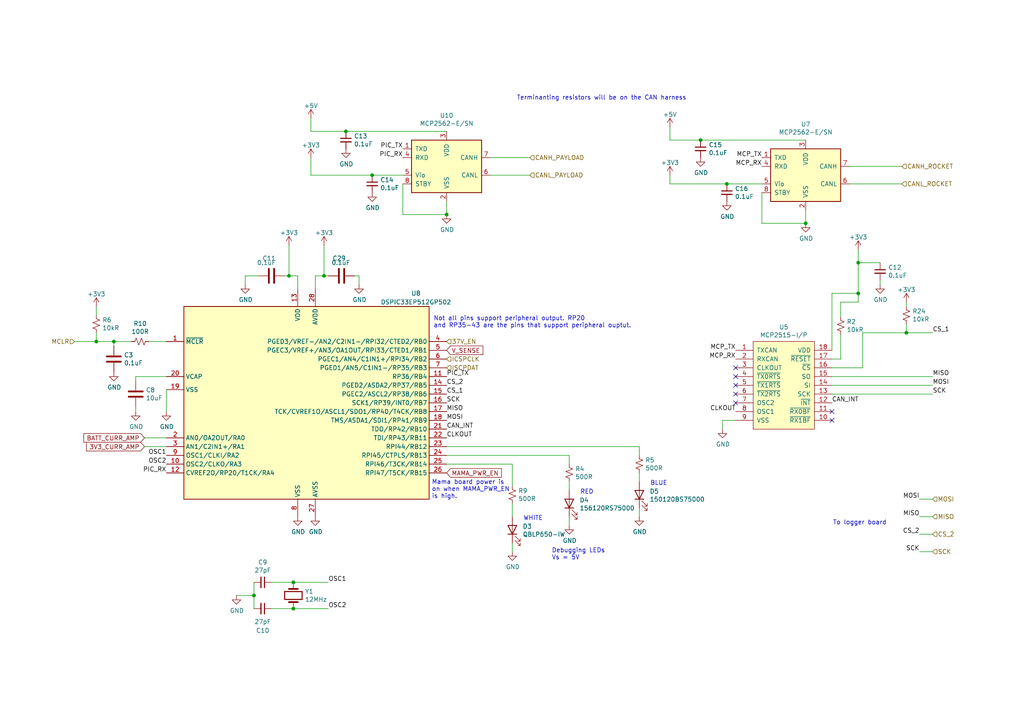
<source format=kicad_sch>
(kicad_sch (version 20211123) (generator eeschema)
  (paper "A4")
  (lib_symbols
    (symbol "Device:C" (pin_numbers hide) (pin_names (offset 0.254))
      (property "Reference" "C" (at 0.635 2.54 0))
      (property "Value" "C" (at 0.635 -2.54 0))
      (symbol "C_0_1"
        (polyline (pts (xy -2.032 -0.762) (xy 2.032 -0.762)) (stroke (width 0.508)))
        (polyline (pts (xy -2.032 0.762) (xy 2.032 0.762)) (stroke (width 0.508)))
      )
      (symbol "C_1_1"
        (pin passive line (at 0 3.81 270) (length 2.794) (name "~") (number "1"))
        (pin passive line (at 0 -3.81 90) (length 2.794) (name "~") (number "2"))
      )
    )
    (symbol "Device:C_Small" (pin_numbers hide) (pin_names (offset 0.254) hide)
      (property "Reference" "C" (at 0.254 1.778 0))
      (property "Value" "C_Small" (at 0.254 -2.032 0))
      (symbol "C_Small_0_1"
        (polyline (pts (xy -1.524 -0.508) (xy 1.524 -0.508)) (stroke (width 0.3302)))
        (polyline (pts (xy -1.524 0.508) (xy 1.524 0.508)) (stroke (width 0.3048)))
      )
      (symbol "C_Small_1_1"
        (pin passive line (at 0 2.54 270) (length 2.032) (name "~") (number "1"))
        (pin passive line (at 0 -2.54 90) (length 2.032) (name "~") (number "2"))
      )
    )
    (symbol "Device:Crystal" (pin_numbers hide) (pin_names (offset 1.016) hide)
      (property "Reference" "Y" (at 0 3.81 0))
      (property "Value" "Crystal" (at 0 -3.81 0))
      (symbol "Crystal_0_1"
        (rectangle (start -1.143 2.54) (end 1.143 -2.54) (stroke (width 0.3048)))
        (polyline (pts (xy -2.54 0) (xy -1.905 0)))
        (polyline (pts (xy -1.905 -1.27) (xy -1.905 1.27)) (stroke (width 0.508)))
        (polyline (pts (xy 1.905 -1.27) (xy 1.905 1.27)) (stroke (width 0.508)))
        (polyline (pts (xy 2.54 0) (xy 1.905 0)))
      )
      (symbol "Crystal_1_1"
        (pin passive line (at -3.81 0 0) (length 1.27) (name "1") (number "1"))
        (pin passive line (at 3.81 0 180) (length 1.27) (name "2") (number "2"))
      )
    )
    (symbol "Device:LED" (pin_numbers hide) (pin_names (offset 1.016) hide)
      (property "Reference" "D" (at 0 2.54 0))
      (property "Value" "LED" (at 0 -2.54 0))
      (symbol "LED_0_1"
        (polyline (pts (xy -1.27 -1.27) (xy -1.27 1.27)) (stroke (width 0.254)))
        (polyline (pts (xy -1.27 0) (xy 1.27 0)))
        (polyline (pts (xy 1.27 -1.27) (xy 1.27 1.27) (xy -1.27 0) (xy 1.27 -1.27)) (stroke (width 0.254)))
        (polyline (pts (xy -3.048 -0.762) (xy -4.572 -2.286) (xy -3.81 -2.286) (xy -4.572 -2.286) (xy -4.572 -1.524)))
        (polyline (pts (xy -1.778 -0.762) (xy -3.302 -2.286) (xy -2.54 -2.286) (xy -3.302 -2.286) (xy -3.302 -1.524)))
      )
      (symbol "LED_1_1"
        (pin passive line (at -3.81 0 0) (length 2.54) (name "K") (number "1"))
        (pin passive line (at 3.81 0 180) (length 2.54) (name "A") (number "2"))
      )
    )
    (symbol "Device:R_Small_US" (pin_numbers hide) (pin_names (offset 0.254) hide)
      (property "Reference" "R" (at 0.762 0.508 0))
      (property "Value" "R_Small_US" (at 0.762 -1.016 0))
      (symbol "R_Small_US_1_1"
        (polyline (pts (xy 0 0) (xy 1.016 -0.381) (xy 0 -0.762) (xy -1.016 -1.143) (xy 0 -1.524)))
        (polyline (pts (xy 0 1.524) (xy 1.016 1.143) (xy 0 0.762) (xy -1.016 0.381) (xy 0 0)))
        (pin passive line (at 0 2.54 270) (length 1.016) (name "~") (number "1"))
        (pin passive line (at 0 -2.54 90) (length 1.016) (name "~") (number "2"))
      )
    )
    (symbol "Interface_CAN_LIN:MCP2562-E-SN" (pin_names (offset 1.016))
      (property "Reference" "U" (at -10.16 8.89 0))
      (property "Value" "MCP2562-E-SN" (at 2.54 8.89 0))
      (symbol "MCP2562-E-SN_0_1"
        (rectangle (start -10.16 7.62) (end 10.16 -7.62) (stroke (width 0.254)) (fill (type background)))
      )
      (symbol "MCP2562-E-SN_1_1"
        (pin input line (at -12.7 5.08 0) (length 2.54) (name "TXD") (number "1"))
        (pin power_in line (at 0 -10.16 90) (length 2.54) (name "VSS") (number "2"))
        (pin power_in line (at 0 10.16 270) (length 2.54) (name "VDD") (number "3"))
        (pin output line (at -12.7 2.54 0) (length 2.54) (name "RXD") (number "4"))
        (pin power_in line (at -12.7 -2.54 0) (length 2.54) (name "Vio") (number "5"))
        (pin bidirectional line (at 12.7 -2.54 180) (length 2.54) (name "CANL") (number "6"))
        (pin bidirectional line (at 12.7 2.54 180) (length 2.54) (name "CANH") (number "7"))
        (pin input line (at -12.7 -5.08 0) (length 2.54) (name "STBY") (number "8"))
      )
    )
    (symbol "payload2020_custom:DSPIC33EP512GP502"
      (property "Reference" "U" (at -31.75 29.21 0))
      (property "Value" "DSPIC33EP512GP502" (at 22.86 29.21 0))
      (symbol "DSPIC33EP512GP502_0_1"
        (rectangle (start -35.56 27.94) (end 35.56 -27.94) (stroke (width 0.254)) (fill (type background)))
      )
      (symbol "DSPIC33EP512GP502_1_1"
        (pin input line (at -40.64 17.78 0) (length 5.08) (name "~{MCLR}") (number "1"))
        (pin bidirectional line (at -40.64 -17.78 0) (length 5.08) (name "OSC2/CLKO/RA3") (number "10"))
        (pin bidirectional line (at 40.64 7.62 180) (length 5.08) (name "RP36/RB4") (number "11"))
        (pin bidirectional line (at -40.64 -20.32 0) (length 5.08) (name "CVREF2O/RP20/T1CK/RA4") (number "12"))
        (pin power_in line (at -2.54 33.02 270) (length 5.08) (name "VDD") (number "13"))
        (pin bidirectional line (at 40.64 5.08 180) (length 5.08) (name "PGED2/ASDA2/RP37/RB5") (number "14"))
        (pin bidirectional line (at 40.64 2.54 180) (length 5.08) (name "PGEC2/ASCL2/RP38/RB6") (number "15"))
        (pin bidirectional line (at 40.64 0 180) (length 5.08) (name "SCK1/RP39/INT0/RB7") (number "16"))
        (pin bidirectional line (at 40.64 -2.54 180) (length 5.08) (name "TCK/CVREF1O/ASCL1/SDO1/RP40/T4CK/RB8") (number "17"))
        (pin bidirectional line (at 40.64 -5.08 180) (length 5.08) (name "TMS/ASDA1/SDI1/RP41/RB9") (number "18"))
        (pin passive line (at -40.64 3.81 0) (length 5.08) (name "VSS") (number "19"))
        (pin bidirectional line (at -40.64 -10.16 0) (length 5.08) (name "AN0/OA2OUT/RA0") (number "2"))
        (pin passive line (at -40.64 7.62 0) (length 5.08) (name "VCAP") (number "20"))
        (pin bidirectional line (at 40.64 -7.62 180) (length 5.08) (name "TDO/RP42/RB10") (number "21"))
        (pin bidirectional line (at 40.64 -10.16 180) (length 5.08) (name "TDI/RP43/RB11") (number "22"))
        (pin bidirectional line (at 40.64 -12.7 180) (length 5.08) (name "RPI44/RB12") (number "23"))
        (pin bidirectional line (at 40.64 -15.24 180) (length 5.08) (name "RPI45/CTPLS/RB13") (number "24"))
        (pin bidirectional line (at 40.64 -17.78 180) (length 5.08) (name "RPI46/T3CK/RB14") (number "25"))
        (pin bidirectional line (at 40.64 -20.32 180) (length 5.08) (name "RPI47/T5CK/RB15") (number "26"))
        (pin power_in line (at 2.54 -33.02 90) (length 5.08) (name "AVSS") (number "27"))
        (pin power_in line (at 2.54 33.02 270) (length 5.08) (name "AVDD") (number "28"))
        (pin bidirectional line (at -40.64 -12.7 0) (length 5.08) (name "AN1/C2IN1+/RA1") (number "3"))
        (pin bidirectional line (at 40.64 17.78 180) (length 5.08) (name "PGED3/VREF-/AN2/C2IN1-/RPI32/CTED2/RB0") (number "4"))
        (pin bidirectional line (at 40.64 15.24 180) (length 5.08) (name "PGEC3/VREF+/AN3/OA1OUT/RPI33/CTED1/RB1") (number "5"))
        (pin bidirectional line (at 40.64 12.7 180) (length 5.08) (name "PGEC1/AN4/C1IN1+/RPI34/RB2") (number "6"))
        (pin bidirectional line (at 40.64 10.16 180) (length 5.08) (name "PGED1/AN5/C1IN1-/RP35/RB3") (number "7"))
        (pin power_in line (at -2.54 -33.02 90) (length 5.08) (name "VSS") (number "8"))
        (pin bidirectional line (at -40.64 -15.24 0) (length 5.08) (name "OSC1/CLKI/RA2") (number "9"))
      )
    )
    (symbol "payload2020_custom:MCP2515-canhw" (pin_names (offset 1.016))
      (property "Reference" "U" (at 7.62 8.89 0))
      (property "Value" "MCP2515-canhw" (at -5.08 8.89 0))
      (symbol "MCP2515-canhw_0_1"
        (rectangle (start -8.89 7.62) (end 8.89 -17.78) (fill (type background)))
      )
      (symbol "MCP2515-canhw_1_1"
        (pin bidirectional line (at -13.97 5.08 0) (length 5.08) (name "TXCAN") (number "1"))
        (pin bidirectional line (at 13.97 -15.24 180) (length 5.08) (name "~{RX1BF}") (number "10"))
        (pin bidirectional line (at 13.97 -12.7 180) (length 5.08) (name "~{RX0BF}") (number "11"))
        (pin bidirectional line (at 13.97 -10.16 180) (length 5.08) (name "~{INT}") (number "12"))
        (pin bidirectional line (at 13.97 -7.62 180) (length 5.08) (name "SCK") (number "13"))
        (pin bidirectional line (at 13.97 -5.08 180) (length 5.08) (name "SI") (number "14"))
        (pin bidirectional line (at 13.97 -2.54 180) (length 5.08) (name "SO") (number "15"))
        (pin bidirectional line (at 13.97 0 180) (length 5.08) (name "~{CS}") (number "16"))
        (pin bidirectional line (at 13.97 2.54 180) (length 5.08) (name "~{RESET}") (number "17"))
        (pin power_in line (at 13.97 5.08 180) (length 5.08) (name "VDD") (number "18"))
        (pin bidirectional line (at -13.97 2.54 0) (length 5.08) (name "RXCAN") (number "2"))
        (pin bidirectional line (at -13.97 0 0) (length 5.08) (name "CLKOUT") (number "3"))
        (pin bidirectional line (at -13.97 -2.54 0) (length 5.08) (name "~{TX0RTS}") (number "4"))
        (pin bidirectional line (at -13.97 -5.08 0) (length 5.08) (name "~{TX1RTS}") (number "5"))
        (pin bidirectional line (at -13.97 -7.62 0) (length 5.08) (name "~{TX2RTS}") (number "6"))
        (pin bidirectional line (at -13.97 -10.16 0) (length 5.08) (name "OSC2") (number "7"))
        (pin bidirectional line (at -13.97 -12.7 0) (length 5.08) (name "OSC1") (number "8"))
        (pin power_in line (at -13.97 -15.24 0) (length 5.08) (name "VSS") (number "9"))
      )
    )
    (symbol "power:+3.3V" (power) (pin_names (offset 0))
      (property "Value" "+3.3V" (at 0 3.556 0))
      (symbol "+3.3V_0_1"
        (polyline (pts (xy -0.762 1.27) (xy 0 2.54)))
        (polyline (pts (xy 0 0) (xy 0 2.54)))
        (polyline (pts (xy 0 2.54) (xy 0.762 1.27)))
      )
      (symbol "+3.3V_1_1"
        (pin power_in line (at 0 0 90) (length 0) hide (name "+3V3") (number "1"))
      )
    )
    (symbol "power:+5V" (power) (pin_names (offset 0))
      (property "Value" "+5V" (at 0 3.556 0))
      (symbol "+5V_0_1"
        (polyline (pts (xy -0.762 1.27) (xy 0 2.54)))
        (polyline (pts (xy 0 0) (xy 0 2.54)))
        (polyline (pts (xy 0 2.54) (xy 0.762 1.27)))
      )
      (symbol "+5V_1_1"
        (pin power_in line (at 0 0 90) (length 0) hide (name "+5V") (number "1"))
      )
    )
    (symbol "power:GND" (power) (pin_names (offset 0))
      (property "Value" "GND" (at 0 -3.81 0))
      (symbol "GND_0_1"
        (polyline (pts (xy 0 0) (xy 0 -1.27) (xy 1.27 -1.27) (xy 0 -2.54) (xy -1.27 -1.27) (xy 0 -1.27)))
      )
      (symbol "GND_1_1"
        (pin power_in line (at 0 0 270) (length 0) hide (name "GND") (number "1"))
      )
    )
  )
  (junction (at 33.02 99.06))
  (junction (at 203.2 40.64))
  (junction (at 85.09 176.53))
  (junction (at 233.68 64.77))
  (junction (at 85.09 168.91))
  (junction (at 129.54 62.23))
  (junction (at 248.92 85.09))
  (junction (at 107.95 50.8))
  (junction (at 73.66 172.72))
  (junction (at 27.94 99.06))
  (junction (at 248.92 76.2))
  (junction (at 83.82 80.01))
  (junction (at 100.33 38.1))
  (junction (at 93.98 80.01))
  (junction (at 262.89 96.52))
  (junction (at 210.82 53.34))
  (no_connect (at 213.36 116.84))
  (no_connect (at 241.3 121.92))
  (no_connect (at 213.36 106.68))
  (no_connect (at 213.36 114.3))
  (no_connect (at 213.36 109.22))
  (no_connect (at 241.3 119.38))
  (no_connect (at 213.36 111.76))
  (wire (pts (xy 90.17 45.72) (xy 90.17 50.8)))
  (wire (pts (xy 82.55 80.01) (xy 83.82 80.01)))
  (wire (pts (xy 220.98 53.34) (xy 210.82 53.34)))
  (wire (pts (xy 266.7 144.78) (xy 270.51 144.78)))
  (wire (pts (xy 91.44 80.01) (xy 93.98 80.01)))
  (wire (pts (xy 233.68 64.77) (xy 233.68 60.96)))
  (wire (pts (xy 41.91 129.54) (xy 48.26 129.54)))
  (wire (pts (xy 203.2 40.64) (xy 233.68 40.64)))
  (wire (pts (xy 241.3 104.14) (xy 243.84 104.14)))
  (wire (pts (xy 27.94 88.9) (xy 27.94 91.44)))
  (wire (pts (xy 48.26 113.03) (xy 48.26 119.38)))
  (wire (pts (xy 248.92 76.2) (xy 255.27 76.2)))
  (wire (pts (xy 194.31 40.64) (xy 203.2 40.64)))
  (wire (pts (xy 71.12 82.55) (xy 71.12 80.01)))
  (wire (pts (xy 83.82 80.01) (xy 86.36 80.01)))
  (wire (pts (xy 148.59 134.62) (xy 148.59 140.97)))
  (wire (pts (xy 85.09 176.53) (xy 95.25 176.53)))
  (wire (pts (xy 83.82 71.12) (xy 83.82 80.01)))
  (wire (pts (xy 250.19 106.68) (xy 250.19 96.52)))
  (wire (pts (xy 248.92 87.63) (xy 248.92 85.09)))
  (wire (pts (xy 90.17 34.29) (xy 90.17 38.1)))
  (wire (pts (xy 93.98 71.12) (xy 93.98 80.01)))
  (wire (pts (xy 39.37 109.22) (xy 48.26 109.22)))
  (wire (pts (xy 39.37 118.11) (xy 39.37 119.38)))
  (wire (pts (xy 90.17 38.1) (xy 100.33 38.1)))
  (wire (pts (xy 85.09 168.91) (xy 95.25 168.91)))
  (wire (pts (xy 33.02 99.06) (xy 38.1 99.06)))
  (wire (pts (xy 78.74 176.53) (xy 85.09 176.53)))
  (wire (pts (xy 148.59 157.48) (xy 148.59 160.02)))
  (wire (pts (xy 220.98 55.88) (xy 220.98 64.77)))
  (wire (pts (xy 270.51 149.86) (xy 266.7 149.86)))
  (wire (pts (xy 243.84 87.63) (xy 243.84 91.948)))
  (wire (pts (xy 270.51 111.76) (xy 241.3 111.76)))
  (wire (pts (xy 39.37 110.49) (xy 39.37 109.22)))
  (wire (pts (xy 102.87 80.01) (xy 104.14 80.01)))
  (wire (pts (xy 73.66 172.72) (xy 73.66 176.53)))
  (wire (pts (xy 241.3 114.3) (xy 270.51 114.3)))
  (wire (pts (xy 246.38 48.26) (xy 261.62 48.26)))
  (wire (pts (xy 248.92 72.39) (xy 248.92 76.2)))
  (wire (pts (xy 262.89 87.63) (xy 262.89 88.9)))
  (wire (pts (xy 129.54 62.23) (xy 129.54 58.42)))
  (wire (pts (xy 116.84 53.34) (xy 116.84 62.23)))
  (wire (pts (xy 129.54 132.08) (xy 165.1 132.08)))
  (wire (pts (xy 243.84 97.028) (xy 243.84 104.14)))
  (wire (pts (xy 270.51 160.02) (xy 266.7 160.02)))
  (wire (pts (xy 71.12 80.01) (xy 74.93 80.01)))
  (wire (pts (xy 194.31 36.83) (xy 194.31 40.64)))
  (wire (pts (xy 220.98 64.77) (xy 233.68 64.77)))
  (wire (pts (xy 243.84 87.63) (xy 248.92 87.63)))
  (wire (pts (xy 91.44 83.82) (xy 91.44 80.01)))
  (wire (pts (xy 33.02 99.06) (xy 33.02 100.33)))
  (wire (pts (xy 250.19 96.52) (xy 262.89 96.52)))
  (wire (pts (xy 185.42 149.86) (xy 185.42 147.32)))
  (wire (pts (xy 27.94 96.52) (xy 27.94 99.06)))
  (wire (pts (xy 194.31 50.8) (xy 194.31 53.34)))
  (wire (pts (xy 209.55 121.92) (xy 209.55 124.46)))
  (wire (pts (xy 165.1 142.24) (xy 165.1 139.7)))
  (wire (pts (xy 78.74 168.91) (xy 85.09 168.91)))
  (wire (pts (xy 129.54 134.62) (xy 148.59 134.62)))
  (wire (pts (xy 241.3 109.22) (xy 270.51 109.22)))
  (wire (pts (xy 48.26 127) (xy 41.91 127)))
  (wire (pts (xy 185.42 137.16) (xy 185.42 139.7)))
  (wire (pts (xy 93.98 80.01) (xy 95.25 80.01)))
  (wire (pts (xy 86.36 80.01) (xy 86.36 83.82)))
  (wire (pts (xy 213.36 121.92) (xy 209.55 121.92)))
  (wire (pts (xy 116.84 50.8) (xy 107.95 50.8)))
  (wire (pts (xy 185.42 129.54) (xy 185.42 132.08)))
  (wire (pts (xy 246.38 53.34) (xy 261.62 53.34)))
  (wire (pts (xy 100.33 38.1) (xy 129.54 38.1)))
  (wire (pts (xy 266.7 154.94) (xy 270.51 154.94)))
  (wire (pts (xy 262.89 96.52) (xy 270.51 96.52)))
  (wire (pts (xy 116.84 62.23) (xy 129.54 62.23)))
  (wire (pts (xy 27.94 99.06) (xy 33.02 99.06)))
  (wire (pts (xy 241.3 85.09) (xy 241.3 101.6)))
  (wire (pts (xy 165.1 132.08) (xy 165.1 134.62)))
  (wire (pts (xy 43.18 99.06) (xy 48.26 99.06)))
  (wire (pts (xy 241.3 85.09) (xy 248.92 85.09)))
  (wire (pts (xy 104.14 80.01) (xy 104.14 82.55)))
  (wire (pts (xy 165.1 149.86) (xy 165.1 152.4)))
  (wire (pts (xy 27.94 99.06) (xy 21.59 99.06)))
  (wire (pts (xy 148.59 146.05) (xy 148.59 149.86)))
  (wire (pts (xy 262.89 96.52) (xy 262.89 93.98)))
  (wire (pts (xy 129.54 129.54) (xy 185.42 129.54)))
  (wire (pts (xy 241.3 106.68) (xy 250.19 106.68)))
  (wire (pts (xy 194.31 53.34) (xy 210.82 53.34)))
  (wire (pts (xy 90.17 50.8) (xy 107.95 50.8)))
  (wire (pts (xy 73.66 172.72) (xy 68.58 172.72)))
  (wire (pts (xy 142.24 50.8) (xy 153.67 50.8)))
  (wire (pts (xy 142.24 45.72) (xy 153.67 45.72)))
  (wire (pts (xy 73.66 168.91) (xy 73.66 172.72)))
  (wire (pts (xy 248.92 85.09) (xy 248.92 76.2)))
  (wire (pts (xy 255.27 81.28) (xy 255.27 82.55)))
  (text "Terminanting resistors will be on the CAN harness" (at 149.86 29.21 0) (effects (font (size 1.27 1.27)) (justify left bottom)))
  (text "RED" (at 168.275 143.51 0) (effects (font (size 1.27 1.27)) (justify left bottom)))
  (text "WHITE\n" (at 151.765 151.13 0) (effects (font (size 1.27 1.27)) (justify left bottom)))
  (text "To logger board\n" (at 257.175 152.4 180) (effects (font (size 1.27 1.27)) (justify right bottom)))
  (text "Not all pins support peripheral output. RP20\nand RP35-43 are the pins that support peripheral ouptut." (at 125.73 95.25 0) (effects (font (size 1.27 1.27)) (justify left bottom)))
  (text "BLUE\n" (at 188.595 140.97 0) (effects (font (size 1.27 1.27)) (justify left bottom)))
  (text "Mama board power is\non when MAMA_PWR_EN\nis high.\n" (at 125.222 144.78 0) (effects (font (size 1.27 1.27)) (justify left bottom)))
  (text "Debugging LEDs\nVs = 5V\n" (at 160.02 162.56 0) (effects (font (size 1.27 1.27)) (justify left bottom)))
  (label "PIC_RX" (at 116.84 45.72 180))
  (label "MISO" (at 270.51 109.22 0))
  (label "MCP_RX" (at 220.98 48.26 180))
  (label "CLKOUT" (at 213.36 119.38 180))
  (label "PIC_TX" (at 116.84 43.18 180))
  (label "CAN_INT" (at 241.3 116.84 0))
  (label "OSC1" (at 95.25 168.91 0))
  (label "MISO" (at 129.54 119.38 0))
  (label "MCP_TX" (at 213.36 101.6 180))
  (label "PIC_RX" (at 48.26 137.16 180))
  (label "MOSI" (at 270.51 111.76 0))
  (label "MISO" (at 266.7 149.86 180))
  (label "SCK" (at 129.54 116.84 0))
  (label "MOSI" (at 129.54 121.92 0))
  (label "CS_1" (at 129.54 114.3 0))
  (label "PIC_TX" (at 129.54 109.22 0))
  (label "MCP_TX" (at 220.98 45.72 180))
  (label "OSC2" (at 95.25 176.53 0))
  (label "CAN_INT" (at 129.54 124.46 0))
  (label "CS_1" (at 270.51 96.52 0))
  (label "CS_2" (at 129.54 111.76 0))
  (label "MCP_RX" (at 213.36 104.14 180))
  (label "OSC1" (at 48.26 132.08 180))
  (label "CS_2" (at 266.7 154.94 180))
  (label "CLKOUT" (at 129.54 127 0))
  (label "OSC2" (at 48.26 134.62 180))
  (label "MOSI" (at 266.7 144.78 180))
  (label "SCK" (at 270.51 114.3 0))
  (label "SCK" (at 266.7 160.02 180))
  (global_label "BATT_CURR_AMP" (shape input) (at 41.91 127 180) (property "Intersheet References" "${INTERSHEET_REFS}" (effects hide)))
  (global_label "3V3_CURR_AMP" (shape input) (at 41.91 129.54 180) (property "Intersheet References" "${INTERSHEET_REFS}" (effects hide)))
  (global_label "V_SENSE" (shape input) (at 129.54 101.6 0) (property "Intersheet References" "${INTERSHEET_REFS}" (effects hide)))
  (global_label "MAMA_PWR_EN" (shape input) (at 129.54 137.16 0) (property "Intersheet References" "${INTERSHEET_REFS}" (effects hide)))
  (hierarchical_label "SCK" (shape input) (at 270.51 160.02 0))
  (hierarchical_label "ISCPDAT" (shape input) (at 129.54 106.68 0))
  (hierarchical_label "CS_2" (shape input) (at 270.51 154.94 0))
  (hierarchical_label "CANH_ROCKET" (shape input) (at 261.62 48.26 0))
  (hierarchical_label "MCLR" (shape input) (at 21.59 99.06 180))
  (hierarchical_label "MOSI" (shape input) (at 270.51 144.78 0))
  (hierarchical_label "ICSPCLK" (shape input) (at 129.54 104.14 0))
  (hierarchical_label "37V_EN" (shape input) (at 129.54 99.06 0))
  (hierarchical_label "CANL_PAYLOAD" (shape input) (at 153.67 50.8 0))
  (hierarchical_label "CANH_PAYLOAD" (shape input) (at 153.67 45.72 0))
  (hierarchical_label "MISO" (shape input) (at 270.51 149.86 0))
  (hierarchical_label "CANL_ROCKET" (shape input) (at 261.62 53.34 0))
  (symbol (lib_id "Interface_CAN_LIN:MCP2562-E-SN") (at 233.68 50.8 0) (unit 1)
    (property "Reference" "U7" (at 233.68 36.0426 0))
    (property "Value" "MCP2562-E/SN" (at 233.68 38.354 0))
    (property "Footprint" "Package_SO:SOIC-8_3.9x4.9mm_P1.27mm" (effects hide))
    (property "Datasheet" "http://ww1.microchip.com/downloads/en/DeviceDoc/25167A.pdf" (effects hide))
  )
  (symbol (lib_id "Interface_CAN_LIN:MCP2562-E-SN") (at 129.54 48.26 0) (unit 1)
    (property "Reference" "U10" (at 129.54 33.5026 0))
    (property "Value" "MCP2562-E/SN" (at 129.54 35.814 0))
    (property "Footprint" "Package_SO:SOIC-8_3.9x4.9mm_P1.27mm" (effects hide))
    (property "Datasheet" "http://ww1.microchip.com/downloads/en/DeviceDoc/25167A.pdf" (effects hide))
  )
  (symbol (lib_id "power:GND") (at 129.54 62.23 0) (unit 1)
    (property "Reference" "#PWR051" (effects hide))
    (property "Value" "GND" (at 129.667 66.6242 0))
  )
  (symbol (lib_id "Device:C_Small") (at 107.95 53.34 0) (unit 1)
    (property "Reference" "C14" (at 110.2868 52.1716 0) (effects (justify left)))
    (property "Value" "0.1uF" (at 110.2868 54.483 0) (effects (justify left)))
    (property "Footprint" "Capacitor_SMD:C_0805_2012Metric_Pad1.18x1.45mm_HandSolder" (effects hide))
  )
  (symbol (lib_id "Device:Crystal") (at 85.09 172.72 270) (unit 1)
    (property "Reference" "Y1" (at 88.4174 171.5516 90) (effects (justify left)))
    (property "Value" "12MHz" (at 88.4174 173.863 90) (effects (justify left)))
    (property "Footprint" "Crystal:Crystal_HC49-4H_Vertical" (effects hide))
  )
  (symbol (lib_id "Device:C_Small") (at 76.2 176.53 270) (unit 1)
    (property "Reference" "C10" (at 76.2 182.88 90))
    (property "Value" "27pF" (at 76.2 180.34 90))
    (property "Footprint" "Capacitor_SMD:C_0805_2012Metric_Pad1.18x1.45mm_HandSolder" (effects hide))
  )
  (symbol (lib_id "Device:C_Small") (at 76.2 168.91 270) (unit 1)
    (property "Reference" "C9" (at 76.2 163.0934 90))
    (property "Value" "27pF" (at 76.2 165.4048 90))
    (property "Footprint" "Capacitor_SMD:C_0805_2012Metric_Pad1.18x1.45mm_HandSolder" (effects hide))
  )
  (symbol (lib_id "power:GND") (at 68.58 172.72 0) (unit 1)
    (property "Reference" "#PWR040" (effects hide))
    (property "Value" "GND" (at 68.707 177.1142 0))
  )
  (symbol (lib_id "power:GND") (at 233.68 64.77 0) (unit 1)
    (property "Reference" "#PWR053" (effects hide))
    (property "Value" "GND" (at 233.807 69.1642 0))
  )
  (symbol (lib_id "Device:C_Small") (at 210.82 55.88 0) (unit 1)
    (property "Reference" "C16" (at 213.1568 54.7116 0) (effects (justify left)))
    (property "Value" "0.1uF" (at 213.1568 57.023 0) (effects (justify left)))
    (property "Footprint" "Capacitor_SMD:C_0805_2012Metric_Pad1.18x1.45mm_HandSolder" (effects hide))
  )
  (symbol (lib_id "power:GND") (at 209.55 124.46 0) (unit 1)
    (property "Reference" "#PWR046" (effects hide))
    (property "Value" "GND" (at 209.677 128.8542 0))
  )
  (symbol (lib_id "Device:C_Small") (at 203.2 43.18 0) (unit 1)
    (property "Reference" "C15" (at 205.5368 42.0116 0) (effects (justify left)))
    (property "Value" "0.1uF" (at 205.5368 44.323 0) (effects (justify left)))
    (property "Footprint" "Capacitor_SMD:C_0805_2012Metric_Pad1.18x1.45mm_HandSolder" (effects hide))
  )
  (symbol (lib_id "Device:C_Small") (at 100.33 40.64 0) (unit 1)
    (property "Reference" "C13" (at 102.6668 39.4716 0) (effects (justify left)))
    (property "Value" "0.1uF" (at 102.6668 41.783 0) (effects (justify left)))
    (property "Footprint" "Capacitor_SMD:C_0805_2012Metric_Pad1.18x1.45mm_HandSolder" (effects hide))
  )
  (symbol (lib_id "Device:C_Small") (at 255.27 78.74 0) (unit 1)
    (property "Reference" "C12" (at 257.6068 77.5716 0) (effects (justify left)))
    (property "Value" "0.1uF" (at 257.6068 79.883 0) (effects (justify left)))
    (property "Footprint" "Capacitor_SMD:C_0805_2012Metric_Pad1.18x1.45mm_HandSolder" (effects hide))
  )
  (symbol (lib_id "power:GND") (at 100.33 43.18 0) (unit 1)
    (property "Reference" "#PWR026" (effects hide))
    (property "Value" "GND" (at 100.457 47.5742 0))
  )
  (symbol (lib_id "power:GND") (at 255.27 82.55 0) (unit 1)
    (property "Reference" "#PWR048" (effects hide))
    (property "Value" "GND" (at 255.397 86.9442 0))
  )
  (symbol (lib_id "power:GND") (at 107.95 55.88 0) (unit 1)
    (property "Reference" "#PWR039" (effects hide))
    (property "Value" "GND" (at 108.077 60.2742 0))
  )
  (symbol (lib_id "power:GND") (at 203.2 45.72 0) (unit 1)
    (property "Reference" "#PWR013" (effects hide))
    (property "Value" "GND" (at 203.327 50.1142 0))
  )
  (symbol (lib_id "power:GND") (at 210.82 58.42 0) (unit 1)
    (property "Reference" "#PWR029" (effects hide))
    (property "Value" "GND" (at 210.947 62.8142 0))
  )
  (symbol (lib_id "payload2020_custom:MCP2515-canhw") (at 227.33 106.68 0) (unit 1)
    (property "Reference" "U5" (at 227.33 94.869 0))
    (property "Value" "MCP2515-I/P" (at 227.33 97.1804 0))
    (property "Footprint" "Package_SO:SOIC-18W_7.5x11.6mm_P1.27mm" (effects hide))
    (property "Datasheet" "https://ww1.microchip.com/downloads/en/DeviceDoc/MCP2515-Family-Data-Sheet-DS20001801K.pdf" (effects hide))
  )
  (symbol (lib_id "Device:R_Small_US") (at 262.89 91.44 0) (unit 1)
    (property "Reference" "R24" (at 264.6172 90.2716 0) (effects (justify left)))
    (property "Value" "10kR" (at 264.6172 92.583 0) (effects (justify left)))
    (property "Footprint" "Resistor_SMD:R_0805_2012Metric_Pad1.20x1.40mm_HandSolder" (effects hide))
  )
  (symbol (lib_id "Device:LED") (at 165.1 146.05 90) (unit 1)
    (property "Reference" "D4" (at 168.0972 145.0594 90) (effects (justify right)))
    (property "Value" "156120RS75000" (at 168.0972 147.3708 90) (effects (justify right)))
    (property "Footprint" "LED_SMD:LED_1206_3216Metric_Pad1.42x1.75mm_HandSolder" (effects hide))
  )
  (symbol (lib_id "Device:R_Small_US") (at 165.1 137.16 0) (unit 1)
    (property "Reference" "R4" (at 166.8272 135.9916 0) (effects (justify left)))
    (property "Value" "500R" (at 166.8272 138.303 0) (effects (justify left)))
    (property "Footprint" "Resistor_SMD:R_0805_2012Metric_Pad1.20x1.40mm_HandSolder" (effects hide))
  )
  (symbol (lib_id "power:GND") (at 165.1 152.4 0) (unit 1)
    (property "Reference" "#PWR018" (effects hide))
    (property "Value" "GND" (at 165.227 156.7942 0))
  )
  (symbol (lib_id "Device:LED") (at 185.42 143.51 90) (unit 1)
    (property "Reference" "D5" (at 188.4172 142.5194 90) (effects (justify right)))
    (property "Value" "150120BS75000" (at 188.4172 144.8308 90) (effects (justify right)))
    (property "Footprint" "LED_SMD:LED_1206_3216Metric_Pad1.42x1.75mm_HandSolder" (effects hide))
  )
  (symbol (lib_id "Device:R_Small_US") (at 185.42 134.62 0) (unit 1)
    (property "Reference" "R5" (at 187.1472 133.4516 0) (effects (justify left)))
    (property "Value" "500R" (at 187.1472 135.763 0) (effects (justify left)))
    (property "Footprint" "Resistor_SMD:R_0805_2012Metric_Pad1.20x1.40mm_HandSolder" (effects hide))
  )
  (symbol (lib_id "power:GND") (at 185.42 149.86 0) (unit 1)
    (property "Reference" "#PWR019" (effects hide))
    (property "Value" "GND" (at 185.547 154.2542 0))
  )
  (symbol (lib_id "Device:LED") (at 148.59 153.67 90) (unit 1)
    (property "Reference" "D3" (at 151.5872 152.6794 90) (effects (justify right)))
    (property "Value" "QBLP650-IW" (at 151.5872 154.9908 90) (effects (justify right)))
    (property "Footprint" "LED_SMD:LED_1206_3216Metric_Pad1.42x1.75mm_HandSolder" (effects hide))
  )
  (symbol (lib_id "power:GND") (at 148.59 160.02 0) (unit 1)
    (property "Reference" "#PWR07" (effects hide))
    (property "Value" "GND" (at 148.717 164.4142 0))
  )
  (symbol (lib_id "Device:R_Small_US") (at 148.59 143.51 0) (unit 1)
    (property "Reference" "R9" (at 150.3172 142.3416 0) (effects (justify left)))
    (property "Value" "500R" (at 150.3172 144.653 0) (effects (justify left)))
    (property "Footprint" "Resistor_SMD:R_0805_2012Metric_Pad1.20x1.40mm_HandSolder" (effects hide))
  )
  (symbol (lib_id "payload2020_custom:DSPIC33EP512GP502") (at 88.9 116.84 0) (unit 1)
    (property "Reference" "U8" (at 120.65 85.09 0))
    (property "Value" "DSPIC33EP512GP502" (at 120.65 87.63 0))
    (property "Footprint" "Package_SO:SOIC-28W_7.5x17.9mm_P1.27mm" (effects hide))
    (property "Datasheet" "http://ww1.microchip.com/downloads/en/DeviceDoc/70000657H.pdf" (effects hide))
  )
  (symbol (lib_id "Device:R_Small_US") (at 27.94 93.98 0) (unit 1)
    (property "Reference" "R6" (at 29.6672 92.8116 0) (effects (justify left)))
    (property "Value" "10kR" (at 29.6672 95.123 0) (effects (justify left)))
    (property "Footprint" "Resistor_SMD:R_0805_2012Metric_Pad1.15x1.40mm_HandSolder" (effects hide))
  )
  (symbol (lib_id "Device:C") (at 33.02 104.14 0) (unit 1)
    (property "Reference" "C3" (at 35.941 102.9716 0) (effects (justify left)))
    (property "Value" "0.1uF" (at 35.941 105.283 0) (effects (justify left)))
    (property "Footprint" "Capacitor_SMD:C_0805_2012Metric_Pad1.15x1.40mm_HandSolder" (effects hide))
  )
  (symbol (lib_id "power:GND") (at 33.02 107.95 0) (unit 1)
    (property "Reference" "#PWR05" (effects hide))
    (property "Value" "GND" (at 33.147 112.3442 0))
  )
  (symbol (lib_id "Device:R_Small_US") (at 40.64 99.06 270) (unit 1)
    (property "Reference" "R10" (at 40.64 93.853 90))
    (property "Value" "100R" (at 40.64 96.1644 90))
    (property "Footprint" "Resistor_SMD:R_0805_2012Metric_Pad1.15x1.40mm_HandSolder" (effects hide))
  )
  (symbol (lib_id "Device:C") (at 39.37 114.3 0) (unit 1)
    (property "Reference" "C8" (at 42.291 113.1316 0) (effects (justify left)))
    (property "Value" "10uF" (at 42.291 115.443 0) (effects (justify left)))
    (property "Footprint" "Capacitor_SMD:C_0805_2012Metric_Pad1.15x1.40mm_HandSolder" (effects hide))
  )
  (symbol (lib_id "power:GND") (at 39.37 119.38 0) (unit 1)
    (property "Reference" "#PWR06" (effects hide))
    (property "Value" "GND" (at 39.497 123.7742 0))
  )
  (symbol (lib_id "Device:C") (at 78.74 80.01 90) (unit 1)
    (property "Reference" "C11" (at 80.01 74.93 90) (effects (justify left)))
    (property "Value" "0.1uF" (at 80.01 76.2 90) (effects (justify left)))
    (property "Footprint" "Capacitor_SMD:C_0805_2012Metric_Pad1.15x1.40mm_HandSolder" (effects hide))
  )
  (symbol (lib_id "power:GND") (at 48.26 119.38 0) (unit 1)
    (property "Reference" "#PWR0105" (effects hide))
    (property "Value" "GND" (at 48.387 123.7742 0))
  )
  (symbol (lib_id "power:GND") (at 71.12 82.55 0) (unit 1)
    (property "Reference" "#PWR011" (effects hide))
    (property "Value" "GND" (at 71.247 86.9442 0))
  )
  (symbol (lib_id "power:GND") (at 86.36 149.86 0) (unit 1)
    (property "Reference" "#PWR020" (effects hide))
    (property "Value" "GND" (at 86.487 154.2542 0))
  )
  (symbol (lib_id "power:GND") (at 91.44 149.86 0) (unit 1)
    (property "Reference" "#PWR030" (effects hide))
    (property "Value" "GND" (at 91.567 154.2542 0))
  )
  (symbol (lib_id "Device:C") (at 99.06 80.01 90) (unit 1)
    (property "Reference" "C29" (at 100.33 74.93 90) (effects (justify left)))
    (property "Value" "0.1uF" (at 101.6 76.2 90) (effects (justify left)))
    (property "Footprint" "Capacitor_SMD:C_0805_2012Metric_Pad1.15x1.40mm_HandSolder" (effects hide))
  )
  (symbol (lib_id "power:GND") (at 104.14 82.55 0) (unit 1)
    (property "Reference" "#PWR038" (effects hide))
    (property "Value" "GND" (at 104.267 86.9442 0))
  )
  (symbol (lib_id "power:+3.3V") (at 27.94 88.9 0) (unit 1)
    (property "Reference" "#PWR0121" (effects hide))
    (property "Value" "+3.3V" (at 27.94 85.2955 0))
  )
  (symbol (lib_id "power:+3.3V") (at 83.82 71.12 0) (unit 1)
    (property "Reference" "#PWR0108" (effects hide))
    (property "Value" "+3.3V" (at 83.82 67.5155 0))
  )
  (symbol (lib_id "power:+5V") (at 90.17 34.29 0) (unit 1)
    (property "Reference" "#PWR0116" (effects hide))
    (property "Value" "+5V" (at 90.17 30.6855 0))
  )
  (symbol (lib_id "power:+5V") (at 194.31 36.83 0) (unit 1)
    (property "Reference" "#PWR0117" (effects hide))
    (property "Value" "+5V" (at 194.31 33.2255 0))
  )
  (symbol (lib_id "power:+3.3V") (at 90.17 45.72 0) (unit 1)
    (property "Reference" "#PWR01" (effects hide))
    (property "Value" "+3.3V" (at 90.17 42.1155 0))
  )
  (symbol (lib_id "power:+3.3V") (at 93.98 71.12 0) (unit 1)
    (property "Reference" "#PWR0115" (effects hide))
    (property "Value" "+3.3V" (at 93.98 67.5155 0))
  )
  (symbol (lib_id "power:+3.3V") (at 262.89 87.63 0) (unit 1)
    (property "Reference" "#PWR015" (effects hide))
    (property "Value" "+3.3V" (at 262.89 84.0255 0))
  )
  (symbol (lib_id "power:+3.3V") (at 194.31 50.8 0) (unit 1)
    (property "Reference" "#PWR03" (effects hide))
    (property "Value" "+3.3V" (at 194.31 47.1955 0))
  )
  (symbol (lib_id "Device:R_Small_US") (at 243.84 94.488 0) (unit 1)
    (property "Reference" "R2" (at 245.5672 93.3196 0) (effects (justify left)))
    (property "Value" "10kR" (at 245.5672 95.631 0) (effects (justify left)))
    (property "Footprint" "Resistor_SMD:R_0805_2012Metric_Pad1.20x1.40mm_HandSolder" (effects hide))
  )
  (symbol (lib_id "power:+3.3V") (at 248.92 72.39 0) (unit 1)
    (property "Reference" "#PWR010" (effects hide))
    (property "Value" "+3.3V" (at 248.92 68.7855 0))
  )
)
</source>
